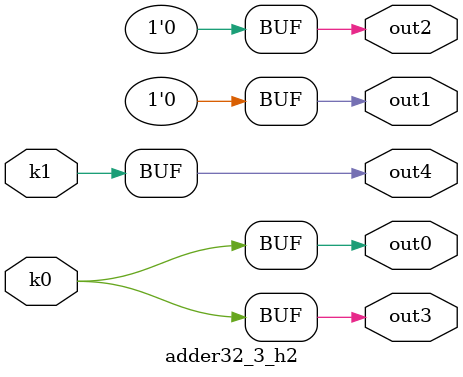
<source format=v>
module adder32_3(pi0, pi1, pi2, pi3, pi4, pi5, pi6, pi7, pi8, po0, po1, po2, po3, po4);
input pi0, pi1, pi2, pi3, pi4, pi5, pi6, pi7, pi8;
output po0, po1, po2, po3, po4;
wire k0, k1;
adder32_3_w2 DUT1 (pi0, pi1, pi2, pi3, pi4, pi5, pi6, pi7, pi8, k0, k1);
adder32_3_h2 DUT2 (k0, k1, po0, po1, po2, po3, po4);
endmodule

module adder32_3_w2(in8, in7, in6, in5, in4, in3, in2, in1, in0, k1, k0);
input in8, in7, in6, in5, in4, in3, in2, in1, in0;
output k1, k0;
assign k0 =   ((~in7 ^ in3) & ((in8 & (in4 | ~in0)) | (in4 & ~in0))) | (((~in4 & in0) | (~in8 & (~in4 | in0))) & (in7 ^ in3));
assign k1 =   in8 ? (~in4 ^ in0) : (in4 ^ in0);
endmodule

module adder32_3_h2(k1, k0, out4, out3, out2, out1, out0);
input k1, k0;
output out4, out3, out2, out1, out0;
assign out0 = k0;
assign out1 = 0;
assign out2 = 0;
assign out3 = k0;
assign out4 = k1;
endmodule

</source>
